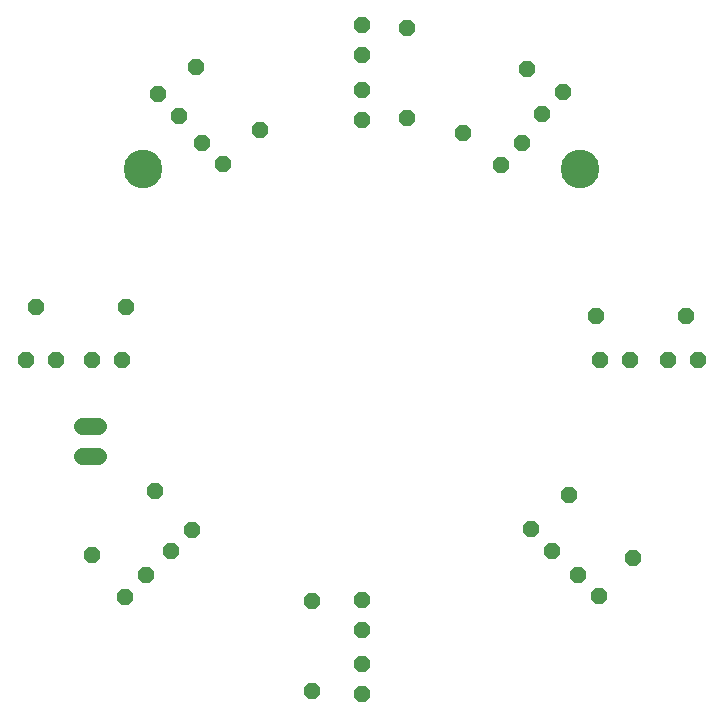
<source format=gbr>
G04 EAGLE Gerber RS-274X export*
G75*
%MOMM*%
%FSLAX34Y34*%
%LPD*%
%INSoldermask Top*%
%IPPOS*%
%AMOC8*
5,1,8,0,0,1.08239X$1,22.5*%
G01*
%ADD10C,3.276600*%
%ADD11P,1.429621X8X112.500000*%
%ADD12P,1.429621X8X67.500000*%
%ADD13P,1.429621X8X22.500000*%
%ADD14P,1.429621X8X337.500000*%
%ADD15P,1.429621X8X292.500000*%
%ADD16C,1.473200*%
%ADD17P,1.429621X8X247.500000*%
%ADD18P,1.429621X8X202.500000*%
%ADD19P,1.429621X8X157.500000*%


D10*
X170599Y528803D03*
X540601Y528803D03*
D11*
X355600Y138430D03*
X355600Y163830D03*
X355600Y83820D03*
X355600Y109220D03*
D12*
X194220Y204906D03*
X212180Y222866D03*
X155222Y166652D03*
X173182Y184612D03*
D13*
X127000Y367030D03*
X152400Y367030D03*
X71120Y367030D03*
X96520Y367030D03*
D14*
X220518Y550898D03*
X238478Y532938D03*
X183316Y591910D03*
X201276Y573950D03*
D15*
X355600Y595630D03*
X355600Y570230D03*
X355600Y650240D03*
X355600Y624840D03*
D16*
X132588Y311150D02*
X118872Y311150D01*
X118872Y285750D02*
X132588Y285750D01*
D11*
X313690Y86360D03*
X313690Y162560D03*
D12*
X127101Y201813D03*
X180983Y255695D03*
D13*
X80010Y411480D03*
X156210Y411480D03*
D14*
X215257Y615323D03*
X269139Y561441D03*
D15*
X393700Y647700D03*
X393700Y571500D03*
D17*
X526242Y593552D03*
X508282Y575592D03*
X491208Y550372D03*
X473248Y532412D03*
X495353Y612937D03*
X441471Y559055D03*
D18*
X640080Y367030D03*
X614680Y367030D03*
X582930Y367030D03*
X557530Y367030D03*
X629920Y403860D03*
X553720Y403860D03*
D19*
X556350Y166806D03*
X538390Y184766D03*
X516980Y205650D03*
X499020Y223610D03*
X585369Y199183D03*
X531487Y253065D03*
M02*

</source>
